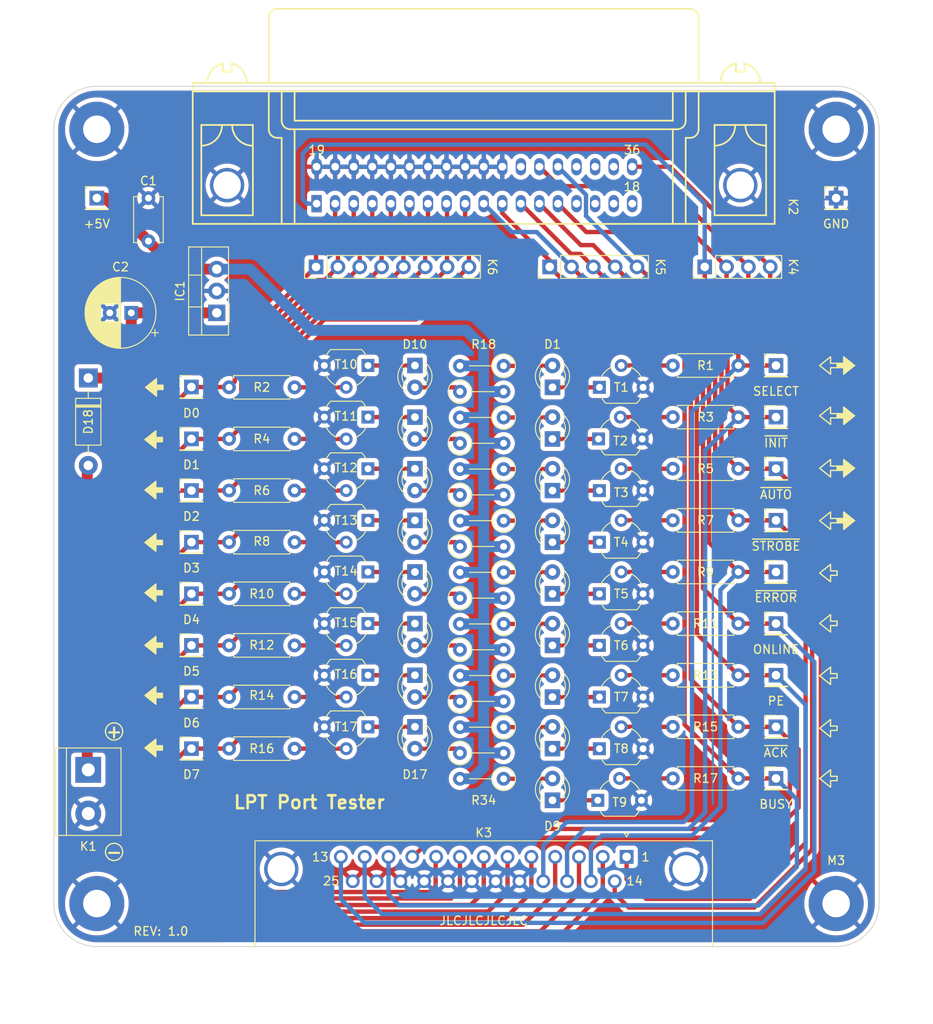
<source format=kicad_pcb>
(kicad_pcb (version 20211014) (generator pcbnew)
  (layers (0 "F.Cu" signal) (31 "B.Cu" signal) (34 "B.Paste" user) (35 "F.Paste" user) (36 "B.SilkS" user "B.Silkscreen") (37 "F.SilkS" user "F.Silkscreen") (38 "B.Mask" user) (39 "F.Mask" user) (44 "Edge.Cuts" user))
  (net 0 "")
  (net 1 "+5V")
  (net 2 "GNDD")
  (net 3 "Net-(C2-Pad1)")
  (net 4 "Net-(D1-Pad1)")
  (net 5 "Net-(D1-Pad2)")
  (net 6 "Net-(D2-Pad1)")
  (net 7 "Net-(D2-Pad2)")
  (net 8 "Net-(D3-Pad1)")
  (net 9 "Net-(D3-Pad2)")
  (net 10 "Net-(D4-Pad1)")
  (net 11 "Net-(D4-Pad2)")
  (net 12 "Net-(D5-Pad1)")
  (net 13 "Net-(D5-Pad2)")
  (net 14 "Net-(D6-Pad1)")
  (net 15 "Net-(D6-Pad2)")
  (net 16 "Net-(D7-Pad1)")
  (net 17 "Net-(D7-Pad2)")
  (net 18 "Net-(D8-Pad1)")
  (net 19 "Net-(D8-Pad2)")
  (net 20 "Net-(D9-Pad1)")
  (net 21 "Net-(D9-Pad2)")
  (net 22 "Net-(D10-Pad1)")
  (net 23 "Net-(D10-Pad2)")
  (net 24 "Net-(D11-Pad1)")
  (net 25 "Net-(D11-Pad2)")
  (net 26 "Net-(D12-Pad1)")
  (net 27 "Net-(D12-Pad2)")
  (net 28 "Net-(D13-Pad1)")
  (net 29 "Net-(D13-Pad2)")
  (net 30 "Net-(D14-Pad1)")
  (net 31 "Net-(D14-Pad2)")
  (net 32 "Net-(D15-Pad1)")
  (net 33 "Net-(D15-Pad2)")
  (net 34 "Net-(D16-Pad1)")
  (net 35 "Net-(D16-Pad2)")
  (net 36 "Net-(D17-Pad1)")
  (net 37 "Net-(D17-Pad2)")
  (net 38 "Net-(D18-Pad2)")
  (net 39 "/SELECT")
  (net 40 "/~{INIT}")
  (net 41 "/D0")
  (net 42 "/~{AUTO}")
  (net 43 "/D1")
  (net 44 "/~{STROBE}")
  (net 45 "/D2")
  (net 46 "/~{ERROR}")
  (net 47 "/D3")
  (net 48 "/ONLINE")
  (net 49 "/D4")
  (net 50 "/PE")
  (net 51 "/D5")
  (net 52 "/~{ACK}")
  (net 53 "/D6")
  (net 54 "/BUSY")
  (net 55 "/D7")
  (net 64 "Net-(R1-Pad1)")
  (net 65 "Net-(R2-Pad1)")
  (net 66 "Net-(R3-Pad1)")
  (net 67 "Net-(R4-Pad1)")
  (net 68 "Net-(R5-Pad1)")
  (net 69 "Net-(R6-Pad1)")
  (net 70 "Net-(R7-Pad1)")
  (net 71 "Net-(R8-Pad1)")
  (net 72 "Net-(R9-Pad1)")
  (net 73 "Net-(R10-Pad1)")
  (net 74 "Net-(R11-Pad1)")
  (net 75 "Net-(R12-Pad1)")
  (net 76 "Net-(R13-Pad1)")
  (net 77 "Net-(R14-Pad1)")
  (net 78 "Net-(R15-Pad1)")
  (net 79 "Net-(R16-Pad1)")
  (net 80 "Net-(R17-Pad1)")
  (footprint "Package_TO_SOT_THT:TO-92_Wide" (layer "F.Cu") (at 168.546 91.994)
    (fp_text reference "T3")
    (fp_text value "BC547")
  )
  (footprint "LED_THT:LED_D3.0mm" (layer "F.Cu") (at 163.086 121.994 90)
    (fp_text reference "D8" hide)
    (fp_text value "LED")
  )
  (footprint "Resistor_THT:R_Axial_DIN0207_L6.3mm_D2.5mm_P7.62mm_Horizontal" (layer "F.Cu") (at 177.086 95.454)
    (fp_text reference "R7")
    (fp_text value "33k")
  )
  (footprint "LED_THT:LED_D3.0mm" (layer "F.Cu") (at 163.086 109.994 90)
    (fp_text reference "D6" hide)
    (fp_text value "LED")
  )
  (footprint "Package_TO_SOT_THT:TO-92_Wide" (layer "F.Cu") (at 168.546 115.994)
    (fp_text reference "T7")
    (fp_text value "BC547")
  )
  (footprint "Package_TO_SOT_THT:TO-92_Wide" (layer "F.Cu") (at 141.626 95.454 180)
    (fp_text reference "T13")
    (fp_text value "BC547")
  )
  (footprint "Package_TO_SOT_THT:TO-92_Wide" (layer "F.Cu") (at 141.626 101.454 180)
    (fp_text reference "T14")
    (fp_text value "BC547")
  )
  (footprint "TerminalBlock:TerminalBlock_bornier-2_P5.08mm" (layer "F.Cu") (at 109.086 124.454 -90)
    (fp_text reference "K1")
    (fp_text value "Screw_Terminal_01x02")
  )
  (footprint "Package_TO_SOT_THT:TO-92_Wide" (layer "F.Cu") (at 168.546 103.994)
    (fp_text reference "T5")
    (fp_text value "BC547")
  )
  (footprint "LED_THT:LED_D3.0mm" (layer "F.Cu") (at 163.086 97.994 90)
    (fp_text reference "D4" hide)
    (fp_text value "LED")
  )
  (footprint "Connector_PinHeader_2.54mm:PinHeader_1x01_P2.54mm_Vertical" (layer "F.Cu") (at 121.086 79.954)
    (fp_text reference "J10" hide)
    (fp_text value "Conn_01x01_Male")
  )
  (footprint "Resistor_THT:R_Axial_DIN0207_L6.3mm_D2.5mm_P7.62mm_Horizontal" (layer "F.Cu") (at 133.086 115.988 180)
    (fp_text reference "R14")
    (fp_text value "33k")
  )
  (footprint "MountingHole:MountingHole_3.2mm_M3_Pad" (layer "F.Cu") (at 110.086 49.994)
    (fp_text reference "REF**" hide)
    (fp_text value "MountingHole_3.2mm_M3_Pad")
  )
  (footprint "Connector_Dsub:DSUB-25_Female_Horizontal_P2.77x2.84mm_EdgePinOffset7.70mm_Housed_MountingHolesOffset9.12mm" (layer "F.Cu") (at 171.711 134.563669)
    (fp_text reference "K3")
    (fp_text value "DB25_Female_MountingHoles")
  )
  (footprint "Connector_PinHeader_2.54mm:PinHeader_1x01_P2.54mm_Vertical" (layer "F.Cu") (at 189.086 89.454)
    (fp_text reference "J3" hide)
    (fp_text value "Conn_01x01_Male")
  )
  (footprint "LED_THT:LED_D3.0mm" (layer "F.Cu") (at 147.086 113.454 -90)
    (fp_text reference "D16" hide)
    (fp_text value "LED")
  )
  (footprint "Connector_PinHeader_2.54mm:PinHeader_1x01_P2.54mm_Vertical" (layer "F.Cu") (at 121.092 121.988)
    (fp_text reference "J17" hide)
    (fp_text value "Conn_01x01_Male")
  )
  (footprint "Package_TO_SOT_THT:TO-92_Wide" (layer "F.Cu") (at 168.546 97.994)
    (fp_text reference "T4")
    (fp_text value "BC547")
  )
  (footprint "Connector_PinHeader_2.54mm:PinHeader_1x01_P2.54mm_Vertical" (layer "F.Cu") (at 189.086 83.454)
    (fp_text reference "J2" hide)
    (fp_text value "Conn_01x01_Male")
  )
  (footprint "Resistor_THT:R_Axial_DIN0207_L6.3mm_D2.5mm_P5.08mm_Vertical" (layer "F.Cu") (at 157.401 77.494 180)
    (fp_text reference "R18")
    (fp_text value "330")
  )
  (footprint "Resistor_THT:R_Axial_DIN0207_L6.3mm_D2.5mm_P5.08mm_Vertical" (layer "F.Cu") (at 157.401 125.494 180)
    (fp_text reference "R34")
    (fp_text value "330")
  )
  (footprint "XXX_Library:CENR-36F (DS-1079-F-36)" (layer "F.Cu") (at 155.086 60.994)
    (fp_text reference "K2")
    (fp_text value "Conn_02x16")
  )
  (footprint "MountingHole:MountingHole_3.2mm_M3_Pad" (layer "F.Cu") (at 110.086 139.994)
    (fp_text reference "REF**" hide)
    (fp_text value "MountingHole_3.2mm_M3_Pad")
  )
  (footprint "LED_THT:LED_D3.0mm" (layer "F.Cu") (at 147.086 119.454 -90)
    (fp_text reference "D17")
    (fp_text value "LED")
  )
  (footprint "LED_THT:LED_D3.0mm" (layer "F.Cu") (at 147.086 95.454 -90)
    (fp_text reference "D13" hide)
    (fp_text value "LED")
  )
  (footprint "Resistor_THT:R_Axial_DIN0207_L6.3mm_D2.5mm_P7.62mm_Horizontal" (layer "F.Cu") (at 133.086 85.988 180)
    (fp_text reference "R4")
    (fp_text value "33k")
  )
  (footprint "Package_TO_SOT_THT:TO-92_Wide" (layer "F.Cu") (at 168.546 109.994)
    (fp_text reference "T6")
    (fp_text value "BC547")
  )
  (footprint "Connector_PinHeader_2.54mm:PinHeader_1x01_P2.54mm_Vertical" (layer "F.Cu") (at 189.086 113.454)
    (fp_text reference "J7" hide)
    (fp_text value "Conn_01x01_Male")
  )
  (footprint "Capacitor_THT:C_Disc_D5.1mm_W3.2mm_P5.00mm" (layer "F.Cu") (at 116.086 62.994 90)
    (fp_text reference "C1")
    (fp_text value "100n")
  )
  (footprint "Connector_PinHeader_2.54mm:PinHeader_1x01_P2.54mm_Vertical" (layer "F.Cu") (at 110.086 57.994)
    (fp_text reference "J18" hide)
    (fp_text value "Conn_01x01_Male")
  )
  (footprint "Connector_PinHeader_2.54mm:PinHeader_1x01_P2.54mm_Vertical" (layer "F.Cu") (at 189.086 101.454)
    (fp_text reference "J5" hide)
    (fp_text value "Conn_01x01_Male")
  )
  (footprint "Connector_PinHeader_2.54mm:PinHeader_1x01_P2.54mm_Vertical" (layer "F.Cu") (at 189.086 119.454)
    (fp_text reference "J8" hide)
    (fp_text value "Conn_01x01_Male")
  )
  (footprint "Package_TO_SOT_THT:TO-92_Wide" (layer "F.Cu") (at 141.626 77.454 180)
    (fp_text reference "T10")
    (fp_text value "BC547")
  )
  (footprint "Resistor_THT:R_Axial_DIN0207_L6.3mm_D2.5mm_P5.08mm_Vertical" (layer "F.Cu") (at 157.401 95.494 180)
    (fp_text reference "R24" hide)
    (fp_text value "330")
  )
  (footprint "Package_TO_SOT_THT:TO-92_Wide" (layer "F.Cu") (at 141.626 119.454 180)
    (fp_text reference "T17")
    (fp_text value "BC547")
  )
  (footprint "LED_THT:LED_D3.0mm" (layer "F.Cu") (at 163.086 79.994 90)
    (fp_text reference "D1")
    (fp_text value "LED")
  )
  (footprint "MountingHole:MountingHole_3.2mm_M3_Pad" (layer "F.Cu") (at 196.086 139.994)
    (fp_text reference "REF**" hide)
    (fp_text value "MountingHole_3.2mm_M3_Pad")
  )
  (footprint "Connector_PinHeader_2.54mm:PinHeader_1x01_P2.54mm_Vertical" (layer "F.Cu") (at 121.092 85.988)
    (fp_text reference "J11" hide)
    (fp_text value "Conn_01x01_Male")
  )
  (footprint "Connector_PinHeader_2.54mm:PinHeader_1x01_P2.54mm_Vertical" (layer "F.Cu") (at 196.086 57.994)
    (fp_text reference "J19" hide)
    (fp_text value "Conn_01x01_Male")
  )
  (footprint "Package_TO_SOT_THT:TO-220-3_Vertical" (layer "F.Cu") (at 124.031 71.334 90)
    (fp_text reference "IC1")
    (fp_text value "7805")
  )
  (footprint "Resistor_THT:R_Axial_DIN0207_L6.3mm_D2.5mm_P5.08mm_Vertical" (layer "F.Cu") (at 152.321 92.494)
    (fp_text reference "R23" hide)
    (fp_text value "330")
  )
  (footprint "Resistor_THT:R_Axial_DIN0207_L6.3mm_D2.5mm_P5.08mm_Vertical" (layer "F.Cu") (at 152.321 110.494)
    (fp_text reference "R29" hide)
    (fp_text value "330")
  )
  (footprint "Resistor_THT:R_Axial_DIN0207_L6.3mm_D2.5mm_P7.62mm_Horizontal" (layer "F.Cu") (at 133.086 103.988 180)
    (fp_text reference "R10")
    (fp_text value "33k")
  )
  (footprint "Resistor_THT:R_Axial_DIN0207_L6.3mm_D2.5mm_P7.62mm_Horizontal" (layer "F.Cu") (at 133.086 121.988 180)
    (fp_text reference "R16")
    (fp_text value "33k")
  )
  (footprint "Package_TO_SOT_THT:TO-92_Wide" (layer "F.Cu") (at 141.626 89.454 180)
    (fp_text reference "T12")
    (fp_text value "BC547")
  )
  (footprint "Resistor_THT:R_Axial_DIN0207_L6.3mm_D2.5mm_P5.08mm_Vertical" (layer "F.Cu") (at 152.321 80.494)
    (fp_text reference "R19" hide)
    (fp_text value "330")
  )
  (footprint "Resistor_THT:R_Axial_DIN0207_L6.3mm_D2.5mm_P7.62mm_Horizontal" (layer "F.Cu") (at 133.086 109.988 180)
    (fp_text reference "R12")
    (fp_text value "33k")
  )
  (footprint "Connector_PinHeader_2.54mm:PinHeader_1x01_P2.54mm_Vertical" (layer "F.Cu") (at 189.086 125.454)
    (fp_text reference "J9" hide)
    (fp_text value "Conn_01x01_Male")
  )
  (footprint "Resistor_THT:R_Axial_DIN0207_L6.3mm_D2.5mm_P7.62mm_Horizontal" (layer "F.Cu") (at 177.086 113.454)
    (fp_text reference "R13")
    (fp_text value "33k")
  )
  (footprint "Resistor_THT:R_Axial_DIN0207_L6.3mm_D2.5mm_P5.08mm_Vertical" (layer "F.Cu") (at 157.401 107.494 180)
    (fp_text reference "R28" hide)
    (fp_text value "330")
  )
  (footprint "Connector_PinHeader_2.54mm:PinHeader_1x01_P2.54mm_Vertical" (layer "F.Cu") (at 189.086 95.454)
    (fp_text reference "J4" hide)
    (fp_text value "Conn_01x01_Male")
  )
  (footprint "Connector_PinHeader_2.54mm:PinHeader_1x04_P2.54mm_Vertical" (layer "F.Cu") (at 180.796 65.994 90)
    (fp_text reference "K4")
    (fp_text value "Conn_01x04_Male")
  )
  (footprint "Package_TO_SOT_THT:TO-92_Wide" (layer "F.Cu") (at 168.45 85.994)
    (fp_text reference "T2")
    (fp_text value "BC547")
  )
  (footprint "LED_THT:LED_D3.0mm" (layer "F.Cu") (at 163.086 103.994 90)
    (fp_text reference "D5" hide)
    (fp_text value "LED")
  )
  (footprint "Resistor_THT:R_Axial_DIN0207_L6.3mm_D2.5mm_P5.08mm_Vertical" (layer "F.Cu") (at 152.321 122.494)
    (fp_text reference "R33" hide)
    (fp_text value "330")
  )
  (footprint "LED_THT:LED_D3.0mm" (layer "F.Cu") (at 163.086 115.994 90)
    (fp_text reference "D7" hide)
    (fp_text value "LED")
  )
  (footprint "Resistor_THT:R_Axial_DIN0207_L6.3mm_D2.5mm_P7.62mm_Horizontal" (layer "F.Cu") (at 177.086 83.454)
    (fp_text reference "R3")
    (fp_text value "33k")
  )
  (footprint "Resistor_THT:R_Axial_DIN0207_L6.3mm_D2.5mm_P7.62mm_Horizontal" (layer "F.Cu") (at 177.086 77.454)
    (fp_text reference "R1")
    (fp_text value "33k")
  )
  (footprint "LED_THT:LED_D3.0mm" (layer "F.Cu") (at 163.086 91.994 90)
    (fp_text reference "D3" hide)
    (fp_text value "LED")
  )
  (footprint "LED_THT:LED_D3.0mm" (layer "F.Cu") (at 163.086 127.994 90)
    (fp_text reference "D9")
    (fp_text value "LED")
  )
  (footprint "LED_THT:LED_D3.0mm" (layer "F.Cu") (at 147.086 107.454 -90)
    (fp_text reference "D15" hide)
    (fp_text value "LED")
  )
  (footprint "Package_TO_SOT_THT:TO-92_Wide" (layer "F.Cu") (at 168.356 127.994)
    (fp_text reference "T9")
    (fp_text value "BC547")
  )
  (footprint "Resistor_THT:R_Axial_DIN0207_L6.3mm_D2.5mm_P5.08mm_Vertical" (layer "F.Cu") (at 157.401 119.494 180)
    (fp_text reference "R32" hide)
    (fp_text value "330")
  )
  (footprint "Resistor_THT:R_Axial_DIN0207_L6.3mm_D2.5mm_P5.08mm_Vertical" (layer "F.Cu") (at 157.401 101.494 180)
    (fp_text reference "R26" hide)
    (fp_text value "330")
  )
  (footprint "LED_THT:LED_D3.0mm" (layer "F.Cu") (at 163.086 85.994 90)
    (fp_text reference "D2" hide)
    (fp_text value "LED")
  )
  (footprint "Resistor_THT:R_Axial_DIN0207_L6.3mm_D2.5mm_P7.62mm_Horizontal" (layer "F.Cu") (at 177.086 119.454)
    (fp_text reference "R15")
    (fp_text value "33k")
  )
  (footprint "Resistor_THT:R_Axial_DIN0207_L6.3mm_D2.5mm_P7.62mm_Horizontal" (layer "F.Cu") (at 133.086 79.988 180)
    (fp_text reference "R2")
    (fp_text value "33k")
  )
  (footprint "Connector_PinHeader_2.54mm:PinHeader_1x01_P2.54mm_Vertical" (layer "F.Cu") (at 189.086 107.454)
    (fp_text reference "J6" hide)
    (fp_text value "Conn_01x01_Male")
  )
  (footprint "Package_TO_SOT_THT:TO-92_Wide" (layer "F.Cu") (at 168.546 121.994)
    (fp_text reference "T8")
    (fp_text value "BC547")
  )
  (footprint "Connector_PinHeader_2.54mm:PinHeader_1x01_P2.54mm_Vertical" (layer "F.Cu") (at 121.092 103.988)
    (fp_text reference "J14" hide)
    (fp_text value "Conn_01x01_Male")
  )
  (footprint "Resistor_THT:R_Axial_DIN0207_L6.3mm_D2.5mm_P7.62mm_Horizontal" (layer "F.Cu") (at 133.086 91.988 180)
    (fp_text reference "R6")
    (fp_text value "33k")
  )
  (footprint "Connector_PinHeader_2.54mm:PinHeader_1x01_P2.54mm_Vertical" (layer "F.Cu") (at 121.092 115.988)
    (fp_text reference "J16" hide)
    (fp_text value "Conn_01x01_Male")
  )
  (footprint "MountingHole:MountingHole_3.2mm_M3_Pad" (layer "F.Cu") (at 196.086 49.994)
    (fp_text reference "REF**" hide)
    (fp_text value "MountingHole_3.2mm_M3_Pad")
  )
  (footprint "Resistor_THT:R_Axial_DIN0207_L6.3mm_D2.5mm_P5.08mm_Vertical" (layer "F.Cu") (at 157.401 83.494 180)
    (fp_text reference "R20" hide)
    (fp_text value "330")
  )
  (footprint "Connector_PinHeader_2.54mm:PinHeader_1x01_P2.54mm_Vertical" (layer "F.Cu") (at 189.086 77.454)
    (fp_text reference "J1" hide)
    (fp_text value "Conn_01x01_Male")
  )
  (footprint "Resistor_THT:R_Axial_DIN0207_L6.3mm_D2.5mm_P7.62mm_Horizontal" (layer "F.Cu") (at 177.086 101.454)
    (fp_text reference "R9")
    (fp_text value "33k")
  )
  (footprint "Resistor_THT:R_Axial_DIN0207_L6.3mm_D2.5mm_P5.08mm_Vertical" (layer "F.Cu") (at 152.321 104.494)
    (fp_text reference "R27" hide)
    (fp_text value "330")
  )
  (footprint "Connector_PinHeader_2.54mm:PinHeader_1x01_P2.54mm_Vertical" (layer "F.Cu") (at 121.092 109.988)
    (fp_text reference "J15" hide)
    (fp_text value "Conn_01x01_Male")
  )
  (footprint "Diode_THT:D_DO-41_SOD81_P10.16mm_Horizontal" (layer "F.Cu") (at 109.086 78.908 -90)
    (fp_text reference "D18")
    (fp_text value "1N4002")
  )
  (footprint "Resistor_THT:R_Axial_DIN0207_L6.3mm_D2.5mm_P7.62mm_Horizontal" (layer "F.Cu") (at 177.086 89.454)
    (fp_text reference "R5")
    (fp_text value "33k")
  )
  (footprint "LED_THT:LED_D3.0mm" (layer "F.Cu") (at 147.086 101.454 -90)
    (fp_text reference "D14" hide)
    (fp_text value "LED")
  )
  (footprint "Package_TO_SOT_THT:TO-92_Wide" (layer "F.Cu") (at 141.626 113.454 180)
    (fp_text reference "T16")
    (fp_text value "BC547")
  )
  (footprint "Capacitor_THT:CP_Radial_D8.0mm_P2.50mm" (layer "F.Cu") (at 114.086 71.334 180)
    (fp_text reference "C2")
    (fp_text value "100u 25V")
  )
  (footprint "Resistor_THT:R_Axial_DIN0207_L6.3mm_D2.5mm_P5.08mm_Vertical" (layer "F.Cu") (at 152.321 116.494)
    (fp_text reference "R31" hide)
    (fp_text value "330")
  )
  (footprint "Resistor_THT:R_Axial_DIN0207_L6.3mm_D2.5mm_P7.62mm_Horizontal" (layer "F.Cu") (at 177.086 125.454)
    (fp_text reference "R17")
    (fp_text value "33k")
  )
  (footprint "Resistor_THT:R_Axial_DIN0207_L6.3mm_D2.5mm_P5.08mm_Vertical" (layer "F.Cu") (at 157.401 89.494 180)
    (fp_text reference "R22" hide)
    (fp_text value "330")
  )
  (footprint "Resistor_THT:R_Axial_DIN0207_L6.3mm_D2.5mm_P5.08mm_Vertical" (layer "F.Cu") (at 157.401 113.494 180)
    (fp_text reference "R30" hide)
    (fp_text value "330")
  )
  (footprint "Package_TO_SOT_THT:TO-92_Wide" (layer "F.Cu") (at 141.626 107.454 180)
    (fp_text reference "T15")
    (fp_text value "BC547")
  )
  (footprint "LED_THT:LED_D3.0mm" (layer "F.Cu") (at 147.086 77.454 -90)
    (fp_text reference "D10")
    (fp_text value "LED")
  )
  (footprint "Resistor_THT:R_Axial_DIN0207_L6.3mm_D2.5mm_P7.62mm_Horizontal" (layer "F.Cu") (at 177.086 107.454)
    (fp_text reference "R11")
    (fp_text value "33k")
  )
  (footprint "Resistor_THT:R_Axial_DIN0207_L6.3mm_D2.5mm_P5.08mm_Vertical" (layer "F.Cu") (at 152.321 86.494)
    (fp_text reference "R21" hide)
    (fp_text value "330")
  )
  (footprint "Package_TO_SOT_THT:TO-92_Wide" (layer "F.Cu") (at 168.546 79.994)
    (fp_text reference "T1")
    (fp_text value "BC547")
  )
  (footprint "Resistor_THT:R_Axial_DIN0207_L6.3mm_D2.5mm_P7.62mm_Horizontal" (layer "F.Cu") (at 133.086 97.988 180)
    (fp_text reference "R8")
    (fp_text value "33k")
  )
  (footprint "Connector_PinHeader_2.54mm:PinHeader_1x01_P2.54mm_Vertical" (layer "F.Cu") (at 121.092 91.988)
    (fp_text reference "J12" hide)
    (fp_text value "Conn_01x01_Male")
  )
  (footprint "Connector_PinHeader_2.54mm:PinHeader_1x01_P2.54mm_Vertical" (layer "F.Cu") (at 121.092 97.988)
    (fp_text reference "J13" hide)
    (fp_text value "Conn_01x01_Male")
  )
  (footprint "Package_TO_SOT_THT:TO-92_Wide" (layer "F.Cu") (at 141.626 83.454 180)
    (fp_text reference "T11")
    (fp_text value "BC547")
  )
  (footprint "Connector_PinHeader_2.54mm:PinHeader_1x08_P2.54mm_Vertical" (layer "F.Cu") (at 135.586 65.994 90)
    (fp_text reference "K6")
    (fp_text value "Conn_01x08_Male")
  )
  (footprint "LED_THT:LED_D3.0mm" (layer "F.Cu") (at 147.086 89.454 -90)
    (fp_text reference "D12" hide)
    (fp_text value "LED")
  )
  (footprint "Connector_PinHeader_2.54mm:PinHeader_1x05_P2.54mm_Vertical" (layer "F.Cu") (at 162.761 65.994 90)
    (fp_text reference "K5")
    (fp_text value "Conn_01x05_Male")
  )
  (footprint "Resistor_THT:R_Axial_DIN0207_L6.3mm_D2.5mm_P5.08mm_Vertical" (layer "F.Cu") (at 152.321 98.494)
    (fp_text reference "R25" hide)
    (fp_text value "330")
  )
  (footprint "LED_THT:LED_D3.0mm" (layer "F.Cu") (at 147.086 83.454 -90)
    (fp_text reference "D11" hide)
    (fp_text value "LED")
  )
  (gr_poly (pts (xy 194.166 107.426) (xy 195.436 106.41) (xy 195.43599 107.171997) (xy 196.19799 107.171997) (xy 196.198 107.68) (xy 195.436 107.68) (xy 195.436 108.442)) (layer "F.SilkS") (width 0.15) (fill none))
  (gr_poly (pts (xy 198.22999 89.391997) (xy 196.95999 90.407997) (xy 196.96 89.646) (xy 196.198 89.646) (xy 196.19799 89.137997) (xy 196.95999 89.137997) (xy 196.95999 88.375997)) (layer "F.SilkS") (width 0.15) (fill solid))
  (gr_poly (pts (xy 115.68 115.808) (xy 116.95 114.792) (xy 116.94999 115.553997) (xy 117.71199 115.553997) (xy 117.712 116.062) (xy 116.95 116.062) (xy 116.95 116.824)) (layer "F.SilkS") (width 0.15) (fill solid))
  (gr_poly (pts (xy 194.166 89.392) (xy 195.436 88.376) (xy 195.43599 89.137997) (xy 196.19799 89.137997) (xy 196.198 89.646) (xy 195.436 89.646) (xy 195.436 90.408)) (layer "F.SilkS") (width 0.15) (fill none))
  (gr_poly (pts (xy 194.166 119.618) (xy 195.436 118.602) (xy 195.43599 119.363997) (xy 196.19799 119.363997) (xy 196.198 119.872) (xy 195.436 119.872) (xy 195.436 120.634)) (layer "F.SilkS") (width 0.15) (fill none))
  (gr_poly (pts (xy 194.166 113.522) (xy 195.436 112.506) (xy 195.43599 113.267997) (xy 196.19799 113.267997) (xy 196.198 113.776) (xy 195.436 113.776) (xy 195.436 114.538)) (layer "F.SilkS") (width 0.15) (fill none))
  (gr_poly (pts (xy 194.166 77.454) (xy 195.436 76.438) (xy 195.43599 77.199997) (xy 196.19799 77.199997) (xy 196.198 77.708) (xy 195.436 77.708) (xy 195.436 78.47)) (layer "F.SilkS") (width 0.15) (fill none))
  (gr_poly (pts (xy 198.23 95.488) (xy 196.96 96.504) (xy 196.96001 95.742003) (xy 196.19801 95.742003) (xy 196.198 95.234) (xy 196.96 95.234) (xy 196.96 94.472)) (layer "F.SilkS") (width 0.15) (fill solid))
  (gr_circle (center 112.086 119.994) (end 112.086 118.994) (layer "F.SilkS") (width 0.15) (fill none))
  (gr_poly (pts (xy 115.68 121.904) (xy 116.95 120.888) (xy 116.94999 121.649997) (xy 117.71199 121.649997) (xy 117.712 122.158) (xy 116.95 122.158) (xy 116.95 122.92)) (layer "F.SilkS") (width 0.15) (fill solid))
  (gr_poly (pts (xy 115.754 79.993934) (xy 117.024 78.977934) (xy 117.02399 79.739931) (xy 117.78599 79.739931) (xy 117.786 80.247934) (xy 117.024 80.247934) (xy 117.024 81.009934)) (layer "F.SilkS") (width 0.15) (fill solid))
  (gr_poly (pts (xy 115.68 109.966) (xy 116.95 108.95) (xy 116.94999 109.711997) (xy 117.71199 109.711997) (xy 117.712 110.22) (xy 116.95 110.22) (xy 116.95 110.982)) (layer "F.SilkS") (width 0.15) (fill solid))
  (gr_circle (center 112.086 133.994) (end 112.086 132.994) (layer "F.SilkS") (width 0.15) (fill none))
  (gr_poly (pts (xy 194.166 95.488) (xy 195.436 94.472) (xy 195.43599 95.233997) (xy 196.19799 95.233997) (xy 196.198 95.742) (xy 195.436 95.742) (xy 195.436 96.504)) (layer "F.SilkS") (width 0.15) (fill none))
  (gr_poly (pts (xy 194.166 125.46) (xy 195.436 124.444) (xy 195.43599 125.205997) (xy 196.19799 125.205997) (xy 196.198 125.714) (xy 195.436 125.714) (xy 195.436 126.476)) (layer "F.SilkS") (width 0.15) (fill none))
  (gr_poly (pts (xy 115.68 86.066003) (xy 116.95 85.050003) (xy 116.94999 85.812) (xy 117.71199 85.812) (xy 117.712 86.320003) (xy 116.95 86.320003) (xy 116.95 87.082003)) (layer "F.SilkS") (width 0.15) (fill solid))
  (gr_poly (pts (xy 194.166 101.584) (xy 195.436 100.568) (xy 195.43599 101.329997) (xy 196.19799 101.329997) (xy 196.198 101.838) (xy 195.436 101.838) (xy 195.436 102.6)) (layer "F.SilkS") (width 0.15) (fill none))
  (gr_poly (pts (xy 115.68 103.87) (xy 116.95 102.854) (xy 116.94999 103.615997) (xy 117.71199 103.615997) (xy 117.712 104.124) (xy 116.95 104.124) (xy 116.95 104.886)) (layer "F.SilkS") (width 0.15) (fill solid))
  (gr_poly (pts (xy 198.22999 83.295997) (xy 196.95999 84.311997) (xy 196.96 83.55) (xy 196.198 83.55) (xy 196.19799 83.041997) (xy 196.95999 83.041997) (xy 196.95999 82.279997)) (layer "F.SilkS") (width 0.15) (fill solid))
  (gr_poly (pts (xy 115.68 98.028) (xy 116.95 97.012) (xy 116.94999 97.773997) (xy 117.71199 97.773997) (xy 117.712 98.282) (xy 116.95 98.282) (xy 116.95 99.044)) (layer "F.SilkS") (width 0.15) (fill solid))
  (gr_poly (pts (xy 198.23 77.454) (xy 196.96 78.47) (xy 196.96001 77.708003) (xy 196.19801 77.708003) (xy 196.198 77.2) (xy 196.96 77.2) (xy 196.96 76.438)) (layer "F.SilkS") (width 0.15) (fill solid))
  (gr_poly (pts (xy 194.166 83.296) (xy 195.436 82.28) (xy 195.43599 83.041997) (xy 196.19799 83.041997) (xy 196.198 83.55) (xy 195.436 83.55) (xy 195.436 84.312)) (layer "F.SilkS") (width 0.15) (fill none))
  (gr_poly (pts (xy 115.68 91.932) (xy 116.95 90.916) (xy 116.94999 91.677997) (xy 117.71199 91.677997) (xy 117.712 92.186) (xy 116.95 92.186) (xy 116.95 92.948)) (layer "F.SilkS") (width 0.15) (fill solid))
  (gr_arc (start 110.086 144.994) (mid 106.550466 143.529534) (end 105.086 139.994) (layer "Edge.Cuts") (width 0.1))
  (gr_arc (start 105.086 49.994) (mid 106.550466 46.458466) (end 110.086 44.994) (layer "Edge.Cuts") (width 0.1))
  (gr_line (start 201.086 49.994) (end 201.086 139.994) (layer "Edge.Cuts") (width 0.1))
  (gr_line (start 196.086 144.994) (end 110.086 144.994) (layer "Edge.Cuts") (width 0.1))
  (gr_arc (start 201.086 139.994) (mid 199.621534 143.529534) (end 196.086 144.994) (layer "Edge.Cuts") (width 0.1))
  (gr_line (start 110.086 44.994) (end 196.086 44.994) (layer "Edge.Cuts") (width 0.1))
  (gr_line (start 105.086 139.994) (end 105.086 49.994) (layer "Edge.Cuts") (width 0.1))
  (gr_arc (start 196.086 44.994) (mid 199.621534 46.458466) (end 201.086 49.994) (layer "Edge.Cuts") (width 0.1))
  (gr_text "REV: 1.0" (at 117.532 143.216) (layer "F.SilkS") (effects (font (size 1 1))))
  (gr_text "+" (at 112.086 119.994) (layer "F.SilkS") (effects (font (size 1.5 1.5) (thickness 0.25))))
  (gr_text "13" (at 136.074 134.58) (layer "F.SilkS") (effects (font (size 1 1))))
  (gr_text "1" (at 173.92 134.58) (layer "F.SilkS") (effects (font (size 1 1))))
  (gr_text "25" (at 137.344 137.374) (layer "F.SilkS") (effects (font (size 1 1))))
  (gr_text "LPT Port Tester" (at 134.804 128.23) (layer "F.SilkS") (effects (font (size 1.5 1.5) (thickness 0.3))))
  (gr_text "14" (at 172.65 137.374) (layer "F.SilkS") (effects (font (size 1 1))))
  (gr_text "M3" (at 196.086 134.994) (layer "F.SilkS") (effects (font (size 1 1))))
  (gr_text "-" (at 112.086 133.994) (layer "F.SilkS") (effects (font (size 1.5 1.5) (thickness 0.25))))
  (gr_text "JLCJLCJLCJLC" (at 155.086002 141.994001) (layer "F.SilkS") (effects (font (size 1 1))))
  (segment (start 116.086 62.994) (end 111.086 57.994) (width 1.27) (layer "F.Cu") (net 1))
  (segment (start 119.31 66.254) (end 124.031 66.254) (width 1.27) (layer "F.Cu") (net 1))
  (segment (start 111.086 57.994) (end 110.086 57.994) (width 1.27) (layer "F.Cu") (net 1))
  (segment (start 116.086 63.03) (end 119.31 66.254) (width 1.27) (layer "F.Cu") (net 1))
  (segment (start 155.086 89.622) (end 154.958 89.494) (width 1.27) (layer "B.Cu") (net 1))
  (segment (start 154.74 107.494) (end 152.321 107.494) (width 1.27) (layer "B.Cu") (net 1))
  (segment (start 155.086 86.574) (end 155.086 89.622) (width 1.27) (layer "B.Cu") (net 1))
  (segment (start 155.086 86.574) (end 155.166 86.494) (width 1.27) (layer "B.Cu") (net 1))
  (segment (start 155.086 116.292) (end 155.288 116.494) (width 1.27) (layer "B.Cu") (net 1))
  (segment (start 155.086 77.43) (end 155.086 80.478) (width 1.27) (layer "B.Cu") (net 1))
  (segment (start 155.086 80.478) (end 155.086 83.526) (width 1.27) (layer "B.Cu") (net 1))
  (segment (start 155.086 120.102) (end 155.086 122.729) (width 1.27) (layer "B.Cu") (net 1))
  (segment (start 155.086 101.56) (end 155.02 101.494) (width 1.27) (layer "B.Cu") (net 1))
  (segment (start 155.086 124.166) (end 153.758 125.494) (width 1.27) (layer "B.Cu") (net 1))
  (segment (start 155.086 98.766) (end 155.358 98.494) (width 1.27) (layer "B.Cu") (net 1))
  (segment (start 154.958 89.494) (end 152.321 89.494) (width 1.27) (layer "B.Cu") (net 1))
  (segment (start 155.086 104.354) (end 155.086 107.148) (width 1.27) (layer "B.Cu") (net 1))
  (segment (start 155.02 101.494) (end 152.321 101.494) (width 1.27) (layer "B.Cu") (net 1))
  (segment (start 155.086 101.56) (end 155.086 104.354) (width 1.27) (layer "B.Cu") (net 1))
  (segment (start 152.321008 119.494) (end 154.478002 119.494) (width 1.27) (layer "B.Cu") (net 1))
  (segment (start 155.102 80.494) (end 157.401 80.494) (width 1.27) (layer "B.Cu") (net 1))
  (segment (start 154.478 119.494) (end 155.086 120.102) (width 0.508) (layer "B.Cu") (net 1))
  (segment (start 155.086 107.148) (end 154.74 107.494) (width 1.27) (layer "B.Cu") (net 1))
  (segment (start 153.758 125.494) (end 152.321 125.494) (width 1.27) (layer "B.Cu") (net 1))
  (segment (start 155.086 92.416) (end 155.086 95.464) (width 1.27) (layer "B.Cu") (net 1))
  (segment (start 155.086 116.292) (end 155.086 120.102) (width 1.27) (layer "B.Cu") (net 1))
  (segment (start 155.358 98.494) (end 157.401 98.494) (width 1.27) (layer "B.Cu") (net 1))
  (segment (start 155.086 110.704) (end 155.296 110.494) (width 1.27) (layer "B.Cu") (net 1))
  (segment (start 155.296 110.494) (end 157.401 110.494) (width 1.27) (layer "B.Cu") (net 1))
  (segment (start 155.086 98.766) (end 155.086 101.56) (width 1.27) (layer "B.Cu") (net 1))
  (segment (start 155.086 95.464) (end 155.056 95.494) (width 1.27) (layer "B.Cu") (net 1))
  (segment (start 155.086 113.498) (end 155.082 113.494) (width 1.27) (layer "B.Cu") (net 1))
  (segment (start 155.086 107.148) (end 155.086 110.704) (width 1.27) (layer "B.Cu") (net 1))
  (segment (start 155.226 104.494) (end 157.401 104.494) (width 1.27) (layer "B.Cu") (net 1))
  (segment (start 155.054 83.494) (end 152.321 83.494) (width 1.27) (layer "B.Cu") (net 1))
  (segment (start 155.086 83.526) (end 155.086 86.574) (width 1.27) (layer "B.Cu") (net 1))
  (segment (start 155.086 95.464) (end 155.086 98.766) (width 1.27) (layer "B.Cu") (net 1))
  (segment (start 155.086 75.398) (end 153.054 73.366) (width 1.27) (layer "B.Cu") (net 1))
  (segment (start 155.086 77.43) (end 155.022 77.494) (width 1.27) (layer "B.Cu") (net 1))
  (segment (start 155.086 104.354) (end 155.226 104.494) (width 1.27) (layer "B.Cu") (net 1))
  (segment (start 155.164 92.494) (end 157.401 92.494) (width 1.27) (layer "B.Cu") (net 1))
  (segment (start 155.086 122.729) (end 155.086 124.166) (width 1.27) (layer "B.Cu") (net 1))
  (segment (start 155.086 110.704) (end 155.086 113.498) (width 1.27) (layer "B.Cu") (net 1))
  (segment (start 155.086 89.622) (end 155.086 92.416) (width 1.27) (layer "B.Cu") (net 1))
  (segment (start 155.288 116.494) (end 157.401 116.494) (width 1.27) (layer "B.Cu") (net 1))
  (segment (start 135.02 73.366) (end 127.908 66.254) (width 1.27) (layer "B.Cu") (net 1))
  (segment (start 155.022 77.494) (end 152.321 77.494) (width 1.27) (layer "B.Cu") (net 1))
  (segment (start 155.056 95.494) (end 152.321 95.494) (width 1.27) (layer "B.Cu") (net 1))
  (segment (start 155.086 113.498) (end 155.086 116.292) (width 1.27) (layer "B.Cu") (net 1))
  (segment (start 153.054 73.366) (end 135.02 73.366) (width 1.27) (layer "B.Cu") (net 1))
  (segment (start 155.321 122.494) (end 157.401 122.494) (width 1.27) (layer "B.Cu") (net 1))
  (segment (start 127.908 66.254) (end 124.031 66.254) (width 1.27) (layer "B.Cu") (net 1))
  (segment (start 155.086 92.416) (end 155.164 92.494) (width 1.27) (layer "B.Cu") (net 1))
  (segment (start 155.086 77.43) (end 155.086 75.398) (width 1.27) (layer "B.Cu") (net 1))
  (segment (start 155.082 113.494) (end 152.321 113.494) (width 1.27) (layer "B.Cu") (net 1))
  (segment (start 155.086 83.526) (end 155.054 83.494) (width 1.27) (layer "B.Cu") (net 1))
  (segment (start 155.166 86.494) (end 157.401 86.494) (width 1.27) (layer "B.Cu") (net 1))
  (segment (start 155.086 80.478) (end 155.102 80.494) (width 1.27) (layer "B.Cu") (net 1))
  (segment (start 155.086 122.729) (end 155.321 122.494) (width 1.27) (layer "B.Cu") (net 1))
  (segment (start 114.086 71.334) (end 124.031 71.334) (width 1.27) (layer "F.Cu") (net 3))
  (segment (start 109.086 78.908) (end 112.498 78.908) (width 1.27) (layer "F.Cu") (net 3))
  (segment (start 112.498 78.908) (end 114.086 77.32) (width 1.27) (layer "F.Cu") (net 3))
  (segment (start 114.086 77.32) (end 114.086 71.334) (width 1.27) (layer "F.Cu") (net 3))
  (segment (start 163.086 79.994) (end 168.546 79.994) (width 0.508) (layer "F.Cu") (net 4))
  (segment (start 157.401 77.494) (end 163.046 77.494) (width 0.508) (layer "F.Cu") (net 5))
  (segment (start 163.046 77.494) (end 163.086 77.454) (width 0.508) (layer "F.Cu") (net 5))
  (segment (start 163.086 85.994) (end 168.45 85.994) (width 0.508) (layer "F.Cu") (net 6))
  (segment (start 163.046 83.494) (end 163.086 83.454) (width 0.508) (layer "F.Cu") (net 7))
  (segment (start 157.401 83.494) (end 163.046 83.494) (width 0.508) (layer "F.Cu") (net 7))
  (segment (start 163.086 91.994) (end 168.546 91.994) (width 0.508) (layer "F.Cu") (net 8))
  (segment (start 157.401 89.494) (end 163.046 89.494) (width 0.508) (layer "F.Cu") (net 9))
  (segment (start 163.046 89.494) (end 163.086 89.454) (width 0.508) (layer "F.Cu") (net 9))
  (segment (start 163.086 97.994) (end 168.546 97.994) (width 0.508) (layer "F.Cu") (net 10))
  (segment (start 163.046 95.494) (end 163.086 95.454) (width 0.508) (layer "F.Cu") (net 11))
  (segment (start 157.401 95.494) (end 163.046 95.494) (width 0.508) (layer "F.Cu") (net 11))
  (segment (start 163.086 103.994) (end 168.546 103.994) (width 0.508) (layer "F.Cu") (net 12))
  (segment (start 163.046 101.494) (end 163.086 101.454) (width 0.508) (layer "F.Cu") (net 13))
  (segment (start 157.401 101.494) (end 163.046 101.494) (width 0.508) (layer "F.Cu") (net 13))
  (segment (start 163.086 109.994) (end 168.546 109.994) (width 0.508) (layer "F.Cu") (net 14))
  (segment (start 157.401 107.494) (end 163.046 107.494) (width 0.508) (layer "F.Cu") (net 15))
  (segment (start 163.046 107.494) (end 163.086 107.454) (width 0.508) (layer "F.Cu") (net 15))
  (segment (start 163.086 115.994) (end 168.546 115.994) (width 0.508) (layer "F.Cu") (net 16))
  (segment (start 157.401 113.494) (end 163.046 113.494) (width 0.508) (layer "F.Cu") (net 17))
  (segment (start 163.046 113.494) (end 163.086 113.454) (width 0.508) (layer "F.Cu") (net 17))
  (segment (start 163.086 121.994) (end 168.546 121.994) (width 0.508) (layer "F.Cu") (net 18))
  (segment (start 157.401 119.494) (end 163.046 119.494) (width 0.508) (layer "F.Cu") (net 19))
  (segment (start 163.046 119.494) (end 163.086 119.454) (width 0.508) (layer "F.Cu") (net 19))
  (segment (start 168.356 127.994) (end 163.086 127.994) (width 0.508) (layer "F.Cu") (net 20))
  (segment (start 163.046 125.494) (end 163.086 125.454) (width 0.508) (layer "F.Cu") (net 21))
  (segment (start 157.401 125.494) (end 163.046 125.494) (width 0.508) (layer "F.Cu") (net 21))
  (segment (start 141.626 77.454) (end 147.086 77.454) (width 0.508) (layer "F.Cu") (net 22))
  (segment (start 147.086 79.994) (end 151.821 79.994) (width 0.508) (layer "F.Cu") (net 23))
  (segment (start 151.821 79.994) (end 152.321 80.494) (width 0.508) (layer "F.Cu") (net 23))
  (segment (start 147.086 83.454) (end 141.626 83.454) (width 0.508) (layer "F.Cu") (net 24))
  (segment (start 147.086 85.994) (end 151.821 85.994) (width 0.508) (layer "F.Cu") (net 25))
  (segment (start 151.821 85.994) (end 152.321 86.494) (width 0.508) (layer "F.Cu") (net 25))
  (segment (start 141.626 89.454) (end 147.086 89.454) (width 0.508) (layer "F.Cu") (net 26))
  (segment (start 147.086 91.994) (end 151.821 91.994) (width 0.508) (layer "F.Cu") (net 27))
  (segment (start 151.821 91.994) (end 152.321 92.494) (width 0.508) (layer "F.Cu") (net 27))
  (segment (start 147.086 95.454) (end 141.626 95.454) (width 0.508) (layer "F.Cu") (net 28))
  (segment (start 147.086 97.994) (end 151.821 97.994) (width 0.508) (layer "F.Cu") (net 29))
  (segment (start 151.821 97.994) (end 152.321 98.494) (width 0.508) (layer "F.Cu") (net 29))
  (segment (start 141.626 101.454) (end 147.086 101.454) (width 0.508) (layer "F.Cu") (net 30))
  (segment (start 151.821 103.994) (end 152.321 104.494) (width 0.508) (layer "F.Cu") (net 31))
  (segment (start 147.086 103.994) (end 151.821 103.994) (width 0.508) (layer "F.Cu") (net 31))
  (segment (start 147.086 107.454) (end 141.626 107.454) (width 0.508) (layer "F.Cu") (net 32))
  (segment (start 147.086 109.994) (end 151.821 109.994) (width 0.508) (layer "F.Cu") (net 33))
  (segment (start 151.821 109.994) (end 152.321 110.494) (width 0.508) (layer "F.Cu") (net 33))
  (segment (start 141.626 113.454) (end 147.086 113.454) (width 0.508) (layer "F.Cu") (net 34))
  (segment (start 151.821 115.994) (end 152.321 116.494) (width 0.508) (layer "F.Cu") (net 35))
  (segment (start 147.086 115.994) (end 151.821 115.994) (width 0.508) (layer "F.Cu") (net 35))
  (segment (start 147.086 119.454) (end 141.626 119.454) (width 0.508) (layer "F.Cu") (net 36))
  (segment (start 151.821 121.994) (end 152.321 122.494) (width 0.508) (layer "F.Cu") (net 37))
  (segment (start 147.086 121.994) (end 151.821 121.994) (width 0.508) (layer "F.Cu") (net 37))
  (segment (start 109.086 124.454) (end 109.15 124.454) (width 1.27) (layer "F.Cu") (net 38))
  (segment (start 108.966 124.334) (end 109.086 124.454) (width 1.27) (layer "F.Cu") (net 38))
  (segment (start 109.086 89.068) (end 108.966 89.188) (width 1.27) (layer "F.Cu") (net 38))
  (segment (start 108.966 89.188) (end 108.966 124.334) (width 1.27) (layer "F.Cu") (net 38))
  (segment (start 188.416 71.664) (end 184.706 75.374) (width 0.508) (layer "F.Cu") (net 39))
  (segment (start 172.366 54.349) (end 176.771 54.349) (width 0.508) (layer "F.Cu") (net 39))
  (segment (start 188.416 65.994) (end 188.416 71.664) (width 0.508) (layer "F.Cu") (net 39))
  (segment (start 176.771 54.349) (end 188.416 65.994) (width 0.508) (layer "F.Cu") (net 39))
  (segment (start 184.706 77.454) (end 189.086 77.454) (width 0.508) (layer "F.Cu") (net 39))
  (segment (start 184.706 75.374) (end 184.706 77.454) (width 0.508) (layer "F.Cu") (net 39))
  (segment (start 179.324 82.804) (end 179.324 129.54) (width 0.508) (layer "B.Cu") (net 39))
  (segment (start 164.738 130.516) (end 162.016 133.238) (width 0.508) (layer "B.Cu") (net 39))
  (segment (start 179.324 129.54) (end 178.348 130.516) (width 0.508) (layer "B.Cu") (net 39))
  (segment (start 184.674 77.454) (end 179.324 82.804) (width 0.508) (layer "B.Cu") (net 39))
  (segment (start 162.016 133.238) (end 162.016 137.403669) (width 0.508) (layer "B.Cu") (net 39))
  (segment (start 184.706 77.454) (end 184.674 77.454) (width 0.508) (layer "B.Cu") (net 39))
  (segment (start 178.348 130.516) (end 164.738 130.516) (width 0.508) (layer "B.Cu") (net 39))
  (segment (start 184.706 83.454) (end 189.086 83.454) (width 0.508) (layer "F.Cu") (net 40))
  (segment (start 163.819 56.602) (end 161.566 54.349) (width 0.508) (layer "F.Cu") (net 40))
  (segment (start 185.876 72.078) (end 183.452489 74.501511) (width 0.508) (layer "F.Cu") (net 40))
  (segment (start 185.876 65.994) (end 176.484 56.602) (width 0.508) (layer "F.Cu") (net 40))
  (segment (start 183.452489 74.501511) (end 183.452489 82.200489) (width 0.508) (layer "F.Cu") (net 40))
  (segment (start 176.484 56.602) (end 163.819 56.602) (width 0.508) (layer "F.Cu") (net 40))
  (segment (start 185.876 65.994) (end 185.876 72.078) (width 0.508) (layer "F.Cu") (net 40))
  (segment (start 183.452489 82.200489) (end 184.706 83.454) (width 0.508) (layer "F.Cu") (net 40))
  (segment (start 180.848 129.392) (end 180.848 87.312) (width 0.508) (layer "B.Cu") (net 40))
  (segment (start 178.922 131.318) (end 180.848 129.392) (width 0.508) (layer "B.Cu") (net 40))
  (segment (start 164.786 133.41) (end 166.878 131.318) (width 0.508) (layer "B.Cu") (net 40))
  (segment (start 180.848 87.312) (end 184.706 83.454) (width 0.508) (layer "B.Cu") (net 40))
  (segment (start 166.878 131.318) (end 178.922 131.318) (width 0.508) (layer "B.Cu") (net 40))
  (segment (start 164.786 137.403669) (end 164.786 133.41) (width 0.508) (layer "B.Cu") (net 40))
  (segment (start 126.13 79.324) (end 125.466 79.988) (width 0.508) (layer "F.Cu") (net 41))
  (segment (start 125.432 79.954) (end 125.466 79.988) (width 0.508) (layer "F.Cu") (net 41))
  (segment (start 121.086 79.954) (end 125.432 79.954) (width 0.508) (layer "F.Cu") (net 41))
  (segment (start 168.941 138.759) (end 168.941 134.563669) (width 0.508) (layer "F.Cu") (net 41))
  (segment (start 125.436 143.978) (end 163.722 143.978) (width 0.508) (layer "F.Cu") (net 41))
  (segment (start 163.722 143.978) (end 168.941 138.759) (width 0.508) (layer "F.Cu") (net 41))
  (segment (start 135.586 65.994) (end 135.586 64.164) (width 0.508) (layer "F.Cu") (net 41))
  (segment (start 121.086 79.954) (end 113.792 87.248) (width 0.508) (layer "F.Cu") (net 41))
  (segment (start 135.534 65.994) (end 126.13 75.398) (width 0.508) (layer "F.Cu") (net 41))
  (segment (start 113.792 132.334) (end 125.436 143.978) (width 0.508) (layer "F.Cu") (net 41))
  (segment (start 135.586 64.164) (end 137.806 61.944) (width 0.508) (layer "F.Cu") (net 41))
  (segment (start 137.806 61.944) (end 137.806 58.639) (width 0.508) (layer "F.Cu") (net 41))
  (segment (start 135.586 65.994) (end 135.534 65.994) (width 0.508) (layer "F.Cu") (net 41))
  (segment (start 113.792 87.248) (end 113.792 132.334) (width 0.508) (layer "F.Cu") (net 41))
  (segment (start 126.13 75.398) (end 126.13 79.324) (width 0.508) (layer "F.Cu") (net 41))
  (segment (start 171.958 140.462) (end 170.326 138.83) (width 0.508) (layer "F.Cu") (net 42))
  (segment (start 186.542 140.462) (end 171.958 140.462) (width 0.508) (layer "F.Cu") (net 42))
  (segment (start 167.023 61.936) (end 163.726 58.639) (width 0.508) (layer "F.Cu") (net 42))
  (segment (start 193.294 93.662) (end 193.294 133.71) (width 0.508) (layer "F.Cu") (net 42))
  (segment (start 170.326 138.83) (end 170.326 137.403669) (width 0.508) (layer "F.Cu") (net 42))
  (segment (start 182.744969 73.924773) (end 182.744969 87.492969) (width 0.508) (layer "F.Cu") (net 42))
  (segment (start 179.278 61.936) (end 167.023 61.936) (width 0.508) (layer "F.Cu") (net 42))
  (segment (start 183.336 65.994) (end 183.336 73.333742) (width 0.508) (layer "F.Cu") (net 42))
  (segment (start 184.706 89.454) (end 189.086 89.454) (width 0.508) (layer "F.Cu") (net 42))
  (segment (start 183.336 65.994) (end 179.278 61.936) (width 0.508) (layer "F.Cu") (net 42))
  (segment (start 182.744969 87.492969) (end 184.706 89.454) (width 0.508) (layer "F.Cu") (net 42))
  (segment (start 189.086 89.454) (end 193.294 93.662) (width 0.508) (layer "F.Cu") (net 42))
  (segment (start 193.294 133.71) (end 186.542 140.462) (width 0.508) (layer "F.Cu") (net 42))
  (segment (start 183.336 73.333742) (end 182.744969 73.924773) (width 0.508) (layer "F.Cu") (net 42))
  (segment (start 138.126 65.994) (end 136.596 67.524) (width 0.508) (layer "F.Cu") (net 43))
  (segment (start 138.126 63.75125) (end 139.966 61.91125) (width 0.508) (layer "F.Cu") (net 43))
  (segment (start 126.892 84.562) (end 125.466 85.988) (width 0.508) (layer "F.Cu") (net 43))
  (segment (start 161.69 143.216) (end 166.171 138.735) (width 0.508) (layer "F.Cu") (net 43))
  (segment (start 114.554 132.08) (end 125.69 143.216) (width 0.508) (layer "F.Cu") (net 43))
  (segment (start 135.02 67.524) (end 126.892 75.652) (width 0.508) (layer "F.Cu") (net 43))
  (segment (start 125.466 85.988) (end 121.092 85.988) (width 0.508) (layer "F.Cu") (net 43))
  (segment (start 121.092 85.988) (end 114.554 92.526) (width 0.508) (layer "F.Cu") (net 43))
  (segment (start 166.171 138.735) (end 166.171 134.563669) (width 0.508) (layer "F.Cu") (net 43))
  (segment (start 114.554 92.526) (end 114.554 132.08) (width 0.508) (layer "F.Cu") (net 43))
  (segment (start 136.596 67.524) (end 135.02 67.524) (width 0.508) (layer "F.Cu") (net 43))
  (segment (start 139.966 61.91125) (end 139.966 58.639) (width 0.508) (layer "F.Cu") (net 43))
  (segment (start 125.69 143.216) (end 161.69 143.216) (width 0.508) (layer "F.Cu") (net 43))
  (segment (start 126.892 75.652) (end 126.892 84.562) (width 0.508) (layer "F.Cu") (net 43))
  (segment (start 138.126 65.994) (end 138.126 63.75125) (width 0.508) (layer "F.Cu") (net 43))
  (segment (start 192.532 132.948) (end 186.034 139.446) (width 0.508) (layer "F.Cu") (net 44))
  (segment (start 180.796 72.6215) (end 182.01 73.8355) (width 0.508) (layer "F.Cu") (net 44))
  (segment (start 186.034 139.446) (end 173.99 139.446) (width 0.508) (layer "F.Cu") (net 44))
  (segment (start 173.99 139.446) (end 171.711 137.167) (width 0.508) (layer "F.Cu") (net 44))
  (segment (start 182.01 92.758) (end 184.706 95.454) (width 0.508) (layer "F.Cu") (net 44))
  (segment (start 180.796 65.994) (end 180.796 72.6215) (width 0.508) (layer "F.Cu") (net 44))
  (segment (start 184.706 95.454) (end 189.086 95.454) (width 0.508) (layer "F.Cu") (net 44))
  (segment (start 182.01 73.8355) (end 182.01 92.758) (width 0.508) (layer "F.Cu") (net 44))
  (segment (start 171.711 137.167) (end 171.711 134.563669) (width 0.508) (layer "F.Cu") (net 44))
  (segment (start 192.532 98.9) (end 192.532 132.948) (width 0.508) (layer "F.Cu") (net 44))
  (segment (start 189.086 95.454) (end 192.532 98.9) (width 0.508) (layer "F.Cu") (net 44))
  (segment (start 135.058 51.776) (end 134.042 52.792) (width 0.508) (layer "B.Cu") (net 44))
  (segment (start 134.042 52.792) (end 134.042 58.126) (width 0.508) (layer "B.Cu") (net 44))
  (segment (start 180.796 65.994) (end 180.796 58.652) (width 0.508) (layer "B.Cu") (net 44))
  (segment (start 134.555 58.639) (end 135.646 58.639) (width 0.508) (layer "B.Cu") (net 44))
  (segment (start 180.796 58.652) (end 173.92 51.776) (width 0.508) (layer "B.Cu") (net 44))
  (segment (start 173.92 51.776) (end 135.058 51.776) (width 0.508) (layer "B.Cu") (net 44))
  (segment (start 134.042 58.126) (end 134.555 58.639) (width 0.508) (layer "B.Cu") (net 44))
  (segment (start 142.126 61.942) (end 142.126 58.639) (width 0.508) (layer "F.Cu") (net 45))
  (segment (start 115.316 96.406) (end 115.316 131.826) (width 0.508) (layer "F.Cu") (net 45))
  (segment (start 140.666 65.994) (end 140.666 63.402) (width 0.508) (layer "F.Cu") (net 45))
  (segment (start 121.092 91.988) (end 119.734 91.988) (width 0.508) (layer "F.Cu") (net 45))
  (segment (start 140.666 63.402) (end 142.126 61.942) (width 0.508) (layer "F.Cu") (net 45))
  (segment (start 127.654 75.890584) (end 127.654 89.8) (width 0.508) (layer "F.Cu") (net 45))
  (segment (start 121.092 91.988) (end 125.466 91.988) (width 0.508) (layer "F.Cu") (net 45))
  (segment (start 140.666 65.994) (end 138.374 68.286) (width 0.508) (layer "F.Cu") (net 45))
  (segment (start 159.658 142.454) (end 163.401 138.711) (width 0.508) (layer "F.Cu") (net 45))
  (segment (start 119.734 91.988) (end 115.316 96.406) (width 0.508) (layer "F.Cu") (net 45))
  (segment (start 115.316 131.826) (end 125.944 142.454) (width 0.508) (layer "F.Cu") (net 45))
  (segment (start 138.374 68.286) (end 135.258584 68.286) (width 0.508) (layer "F.Cu") (net 45))
  (segment (start 127.654 89.8) (end 125.466 91.988) (width 0.508) (layer "F.Cu") (net 45))
  (segment (start 135.258584 68.286) (end 127.654 75.890584) (width 0.508) (layer "F.Cu") (net 45))
  (segment (start 163.401 138.711) (end 163.401 134.563669) (width 0.508) (layer "F.Cu") (net 45))
  (segment (start 125.944 142.454) (end 159.658 142.454) (width 0.508) (layer "F.Cu") (net 45))
  (segment (start 173.098584 65.994) (end 181.30248 74.197896) (width 0.508) (layer "F.Cu") (net 46))
  (segment (start 181.30248 98.05048) (end 184.706 101.454) (width 0.508) (layer "F.Cu") (net 46))
  (segment (start 172.921 65.994) (end 173.098584 65.994) (width 0.508) (layer "F.Cu") (net 46))
  (segment (start 181.30248 74.197896) (end 181.30248 98.05048) (width 0.508) (layer "F.Cu") (net 46))
  (segment (start 184.706 101.454) (end 189.086 101.454) (width 0.508) (layer "F.Cu") (net 46))
  (segment (start 166.99248 60.06548) (end 166.99248 57.61548) (width 0.508) (layer "B.Cu") (net 46))
  (segment (start 179.324 132.08) (end 182.626 128.778) (width 0.508) (layer "B.Cu") (net 46))
  (segment (start 167.556 133.3705) (end 168.8465 132.08) (width 0.508) (layer "B.Cu") (net 46))
  (segment (start 182.626 128.778) (end 182.626 103.534) (width 0.508) (layer "B.Cu") (net 46))
  (segment (start 182.626 103.534) (end 184.706 101.454) (width 0.508) (layer "B.Cu") (net 46))
  (segment (start 168.8465 132.08) (end 179.324 132.08) (width 0.508) (layer "B.Cu") (net 46))
  (segment (start 166.99248 57.61548) (end 163.726 54.349) (width 0.508) (layer "B.Cu") (net 46))
  (segment (start 167.556 137.403669) (end 167.556 133.3705) (width 0.508) (layer "B.Cu") (net 46))
  (segment (start 172.921 65.994) (end 166.99248 60.06548) (width 0.508) (layer "B.Cu") (net 46))
  (segment (start 116.078 103.002) (end 116.078 131.587416) (width 0.508) (layer "F.Cu") (net 47))
  (segment (start 143.206 63.148) (end 144.286 62.068) (width 0.508) (layer "F.Cu") (net 47))
  (segment (start 116.078 131.587416) (end 126.182584 141.692) (width 0.508) (layer "F.Cu") (net 47))
  (segment (start 126.182584 141.692) (end 157.626 141.692) (width 0.508) (layer "F.Cu") (net 47))
  (segment (start 143.206 65.994) (end 140.152 69.048) (width 0.508) (layer "F.Cu") (net 47))
  (segment (start 143.206 65.994) (end 143.206 63.148) (width 0.508) (layer "F.Cu") (net 47))
  (segment (start 140.152 69.048) (end 135.528 69.048) (width 0.508) (layer "F.Cu") (net 47))
  (segment (start 135.528 69.048) (end 128.416 76.16) (width 0.508) (layer "F.Cu") (net 47))
  (segment (start 121.092 97.988) (end 116.078 103.002) (width 0.508) (layer "F.Cu") (net 47))
  (segment (start 128.416 76.16) (end 128.416 95.038) (width 0.508) (layer "F.Cu") (net 47))
  (segment (start 157.626 141.692) (end 160.631 138.687) (width 0.508) (layer "F.Cu") (net 47))
  (segment (start 160.631 138.687) (end 160.631 134.563669) (width 0.508) (layer "F.Cu") (net 47))
  (segment (start 125.466 97.988) (end 121.092 97.988) (width 0.508) (layer "F.Cu") (net 47))
  (segment (start 128.416 95.038) (end 125.466 97.988) (width 0.508) (layer "F.Cu") (net 47))
  (segment (start 144.286 62.068) (end 144.286 58.639) (width 0.508) (layer "F.Cu") (net 47))
  (segment (start 184.706 107.454) (end 189.086 107.454) (width 0.508) (layer "F.Cu") (net 48))
  (segment (start 170.358 65.994) (end 170.381 65.994) (width 0.508) (layer "F.Cu") (net 48))
  (segment (start 167.824 63.46) (end 170.358 65.994) (width 0.508) (layer "F.Cu") (net 48))
  (segment (start 170.381 65.994) (end 176.381 71.994) (width 0.508) (layer "F.Cu") (net 48))
  (segment (start 161.566 58.639) (end 166.387 63.46) (width 0.508) (layer "F.Cu") (net 48))
  (segment (start 180.59496 74.49096) (end 180.59496 103.34296) (width 0.508) (layer "F.Cu") (net 48))
  (segment (start 176.381 71.994) (end 178.098 71.994) (width 0.508) (layer "F.Cu") (net 48))
  (segment (start 180.59496 103.34296) (end 184.706 107.454) (width 0.508) (layer "F.Cu") (net 48))
  (segment (start 166.387 63.46) (end 167.824 63.46) (width 0.508) (layer "F.Cu") (net 48))
  (segment (start 178.098 71.994) (end 180.59496 74.49096) (width 0.508) (layer "F.Cu") (net 48))
  (segment (start 138.471 139.487) (end 138.471 134.563669) (width 0.508) (layer "B.Cu") (net 48))
  (segment (start 193.548 111.916) (end 193.548 136.25) (width 0.508) (layer "B.Cu") (net 48))
  (segment (start 141.224 142.24) (end 138.471 139.487) (width 0.508) (layer "B.Cu") (net 48))
  (segment (start 189.086 107.454) (end 193.548 111.916) (width 0.508) (layer "B.Cu") (net 48))
  (segment (start 193.548 136.25) (end 187.558 142.24) (width 0.508) (layer "B.Cu") (net 48))
  (segment (start 187.558 142.24) (end 141.224 142.24) (width 0.508) (layer "B.Cu") (net 48))
  (segment (start 157.861 138.663) (end 157.861 134.563669) (width 0.508) (layer "F.Cu") (net 49))
  (segment (start 145.746 63.44) (end 146.446 62.74) (width 0.508) (layer "F.Cu") (net 49))
  (segment (start 129.12352 76.46848) (end 135.782 69.81) (width 0.508) (layer "F.Cu") (net 49))
  (segment (start 146.446 62.74) (end 146.446 58.639) (width 0.508) (layer "F.Cu") (net 49))
  (segment (start 126.452 140.93) (end 155.594 140.93) (width 0.508) (layer "F.Cu") (net 49))
  (segment (start 121.092 103.988) (end 125.466 103.988) (width 0.508) (layer "F.Cu") (net 49))
  (segment (start 155.594 140.93) (end 157.861 138.663) (width 0.508) (layer "F.Cu") (net 49))
  (segment (start 145.746 65.994) (end 145.746 63.44) (width 0.508) (layer "F.Cu") (net 49))
  (segment (start 121.092 103.988) (end 116.84 108.24) (width 0.508) (layer "F.Cu") (net 49))
  (segment (start 116.84 131.318) (end 126.452 140.93) (width 0.508) (layer "F.Cu") (net 49))
  (segment (start 135.782 69.81) (end 141.93 69.81) (width 0.508) (layer "F.Cu") (net 49))
  (segment (start 141.93 69.81) (end 145.746 65.994) (width 0.508) (layer "F.Cu") (net 49))
  (segment (start 129.12352 100.33048) (end 129.12352 76.46848) (width 0.508) (layer "F.Cu") (net 49))
  (segment (start 125.466 103.988) (end 129.12352 100.33048) (width 0.508) (layer "F.Cu") (net 49))
  (segment (start 116.84 108.24) (end 116.84 131.318) (width 0.508) (layer "F.Cu") (net 49))
  (segment (start 167.841 65.994) (end 174.841 72.994) (width 0.508) (layer "F.Cu") (net 50))
  (segment (start 184.706 113.454) (end 189.086 113.454) (width 0.508) (layer "F.Cu") (net 50))
  (segment (start 174.841 72.994) (end 177.828 72.994) (width 0.508) (layer "F.Cu") (net 50))
  (segment (start 177.828 72.994) (end 179.88744 75.05344) (width 0.508) (layer "F.Cu") (net 50))
  (segment (start 165.243 64.476) (end 166.323 64.476) (width 0.508) (layer "F.Cu") (net 50))
  (segment (start 179.88744 75.05344) (end 179.88744 108.63544) (width 0.508) (layer "F.Cu") (net 50))
  (segment (start 159.406 58.639) (end 165.243 64.476) (width 0.508) (layer "F.Cu") (net 50))
  (segment (start 166.323 64.476) (end 167.841 65.994) (width 0.508) (layer "F.Cu") (net 50))
  (segment (start 179.88744 108.63544) (end 184.706 113.454) (width 0.508) (layer "F.Cu") (net 50))
  (segment (start 189.086 113.454) (end 192.532 116.9) (width 0.508) (layer "B.Cu") (net 50))
  (segment (start 143.256 141.224) (end 141.241 139.209) (width 0.508) (layer "B.Cu") (net 50))
  (segment (start 141.241 139.209) (end 141.241 134.563669) (width 0.508) (layer "B.Cu") (net 50))
  (segment (start 187.304 141.224) (end 143.256 141.224) (width 0.508) (layer "B.Cu") (net 50))
  (segment (start 192.532 116.9) (end 192.532 135.996) (width 0.508) (layer "B.Cu") (net 50))
  (segment (start 192.532 135.996) (end 187.304 141.224) (width 0.508) (layer "B.Cu") (net 50))
  (segment (start 148.286 65.994) (end 148.286 63.272) (width 0.508) (layer "F.Cu") (net 51))
  (segment (start 155.086 138.644) (end 155.086 138.39) (width 0.508) (layer "F.Cu") (net 51))
  (segment (start 148.286 65.994) (end 143.708 70.572) (width 0.508) (layer "F.Cu") (net 51))
  (segment (start 129.94 105.514) (end 125.466 109.988) (width 0.508) (layer "F.Cu") (net 51))
  (segment (start 125.466 109.988) (end 121.092 109.988) (width 0.508) (layer "F.Cu") (net 51))
  (segment (start 129.94 76.668) (end 129.94 105.514) (width 0.508) (layer "F.Cu") (net 51))
  (segment (start 121.092 109.988) (end 117.602 113.478) (width 0.508) (layer "F.Cu") (net 51))
  (segment (start 143.708 70.572) (end 136.036 70.572) (width 0.508) (layer "F.Cu") (net 51))
  (segment (start 153.562 140.168) (end 155.086 138.644) (width 0.508) (layer "F.Cu") (net 51))
  (segment (start 117.602 131.064) (end 126.706 140.168) (width 0.508) (layer "F.Cu") (net 51))
  (segment (start 117.602 113.478) (end 117.602 131.064) (width 0.508) (layer "F.Cu") (net 51))
  (segment (start 148.286 63.272) (end 148.606 62.952) (width 0.508) (layer "F.Cu") (net 51))
  (segment (start 136.036 70.572) (end 129.94 76.668) (width 0.508) (layer "F.Cu") (net 51))
  (segment (start 155.086 138.39) (end 155.091 138.385) (width 0.508) (layer "F.Cu") (net 51))
  (segment (start 126.706 140.168) (end 153.562 140.168) (width 0.508) (layer "F.Cu") (net 51))
  (segment (start 148.606 62.952) (end 148.606 58.639) (width 0.508) (layer "F.Cu") (net 51))
  (segment (start 155.091 138.385) (end 155.091 134.563669) (width 0.508) (layer "F.Cu") (net 51))
  (segment (start 179.17992 113.92792) (end 184.706 119.454) (width 0.508) (layer "F.Cu") (net 52))
  (segment (start 191.71648 128.83152) (end 189.23 131.318) (width 0.508) (layer "F.Cu") (net 52))
  (segment (start 173.301 73.994) (end 177.558 73.994) (width 0.508) (layer "F.Cu") (net 52))
  (segment (start 189.23 131.318) (end 150.114 131.318) (width 0.508) (layer "F.Cu") (net 52))
  (segment (start 179.17992 75.61592) (end 179.17992 113.92792) (width 0.508) (layer "F.Cu") (net 52))
  (segment (start 146.868331 134.563669) (end 146.781 134.563669) (width 0.508) (layer "F.Cu") (net 52))
  (segment (start 165.301 65.994) (end 173.301 73.994) (width 0.508) (layer "F.Cu") (net 52))
  (segment (start 189.086 119.454) (end 191.71648 122.08448) (width 0.508) (layer "F.Cu") (net 52))
  (segment (start 184.706 119.454) (end 189.086 119.454) (width 0.508) (layer "F.Cu") (net 52))
  (segment (start 191.71648 122.08448) (end 191.71648 128.83152) (width 0.508) (layer "F.Cu") (net 52))
  (segment (start 150.114 131.318) (end 146.868331 134.563669) (width 0.508) (layer "F.Cu") (net 52))
  (segment (start 177.558 73.994) (end 179.17992 75.61592) (width 0.508) (layer "F.Cu") (net 52))
  (segment (start 165.301 65.994) (end 161.243 61.936) (width 0.508) (layer "B.Cu") (net 52))
  (segment (start 161.243 61.936) (end 158.383 61.936) (width 0.508) (layer "B.Cu") (net 52))
  (segment (start 158.383 61.936) (end 155.086 58.639) (width 0.508) (layer "B.Cu") (net 52))
  (segment (start 152.321 138.361) (end 152.321 134.563669) (width 0.508) (layer "F.Cu") (net 53))
  (segment (start 130.702 76.922) (end 130.702 110.704) (width 0.508) (layer "F.Cu") (net 53))
  (segment (start 121.092 115.988) (end 125.466 115.988) (width 0.508) (layer "F.Cu") (net 53))
  (segment (start 130.702 110.704) (end 125.466 115.94) (width 0.508) (layer "F.Cu") (net 53))
  (segment (start 150.826 65.994) (end 150.826 66.196) (width 0.508) (layer "F.Cu") (net 53))
  (segment (start 125.466 115.94) (end 125.466 115.988) (width 0.508) (layer "F.Cu") (net 53))
  (segment (start 150.826 66.196) (end 145.688 71.334) (width 0.508) (layer "F.Cu") (net 53))
  (segment (start 150.826 58.699) (end 150.766 58.639) (width 0.508) (layer "F.Cu") (net 53))
  (segment (start 120.592 115.988) (end 118.364 118.216) (width 0.508) (layer "F.Cu") (net 53))
  (segment (start 126.96 139.406) (end 151.276 139.406) (width 0.508) (layer "F.Cu") (net 53))
  (segment (start 151.276 139.406) (end 152.321 138.361) (width 0.508) (layer "F.Cu") (net 53))
  (segment (start 118.364 118.216) (end 118.364 130.81) (width 0.508) (layer "F.Cu") (net 53))
  (segment (start 150.826 65.994) (end 150.826 58.699) (width 0.508) (layer "F.Cu") (net 53))
  (segment (start 136.29 71.334) (end 130.702 76.922) (width 0.508) (layer "F.Cu") (net 53))
  (segment (start 121.092 115.988) (end 120.592 115.988) (width 0.508) (layer "F.Cu") (net 53))
  (segment (start 145.688 71.334) (end 136.29 71.334) (width 0.508) (layer "F.Cu") (net 53))
  (segment (start 118.364 130.81) (end 126.96 139.406) (width 0.508) (layer "F.Cu") (net 53))
  (segment (start 177.288 74.994) (end 171.761 74.994) (width 0.508) (layer "F.Cu") (net 54))
  (segment (start 171.761 74.994) (end 162.761 65.994) (width 0.508) (layer "F.Cu") (net 54))
  (segment (start 178.454 76.16) (end 177.288 74.994) (width 0.508) (layer "F.Cu") (net 54))
  (segment (start 162.761 65.994) (end 162.761 65.255) (width 0.508) (layer "F.Cu") (net 54))
  (segment (start 162.761 65.255) (end 157.246 59.74) (width 0.508) (layer "F.Cu") (net 54))
  (segment (start 157.246 59.74) (end 157.246 58.639) (width 0.508) (layer "F.Cu") (net 54))
  (segment (start 184.706 125.454) (end 178.454 119.202) (width 0.508) (layer "F.Cu") (net 54))
  (segment (start 178.454 119.202) (end 178.454 76.16) (width 0.508) (layer "F.Cu") (net 54))
  (segment (start 189.086 125.454) (end 184.706 125.454) (width 0.508) (layer "F.Cu") (net 54))
  (segment (start 187.05 140.208) (end 145.288 140.208) (width 0.508) (layer "B.Cu") (net 54))
  (segment (start 189.086 125.454) (end 191.516 127.884) (width 0.508) (layer "B.Cu") (net 54))
  (segment (start 144.011 138.931) (end 144.011 134.563669) (width 0.508) (layer "B.Cu") (net 54))
  (segment (start 191.516 135.742) (end 187.05 140.208) (width 0.508) (layer "B.Cu") (net 54))
  (segment (start 145.288 140.208) (end 144.011 138.931) (width 0.508) (layer "B.Cu") (net 54))
  (segment (start 191.516 127.884) (end 191.516 135.742) (width 0.508) (layer "B.Cu") (net 54))
  (segment (start 149.551 134.563669) (end 149.498 134.616669) (width 0.508) (layer "F.Cu") (net 55))
  (segment (start 131.464 77.176) (end 131.464 115.99) (width 0.508) (layer "F.Cu") (net 55))
  (segment (start 125.466 121.988) (end 121.092 121.988) (width 0.508) (layer "F.Cu") (net 55))
  (segment (start 119.126 123.48252) (end 120.62052 121.988) (width 0.508) (layer "F.Cu") (net 55))
  (segment (start 153.366 65.994) (end 153.314 65.994) (width 0.508) (layer "F.Cu") (net 55))
  (segment (start 149.498 134.616669) (end 149.498 137.990201) (width 0.508) (layer "F.Cu") (net 55))
  (segment (start 153.366 63.226) (end 152.926 62.786) (width 0.508) (layer "F.Cu") (net 55))
  (segment (start 127.22718 138.65718) (end 119.126 130.556) (width 0.508) (layer "F.Cu") (net 55))
  (segment (start 152.926 62.786) (end 152.926 58.639) (width 0.508) (layer "F.Cu") (net 55))
  (segment (start 147.212 72.096) (end 136.544 72.096) (width 0.508) (layer "F.Cu") (net 55))
  (segment (start 148.831021 138.65718) (end 143.171582 138.65718) (width 0.508) (layer "F.Cu") (net 55))
  (segment (start 120.62052 121.988) (end 121.092 121.988) (width 0.508) (layer "F.Cu") (net 55))
  (segment (start 143.171582 138.65718) (end 143.158402 138.644) (width 0.508) (layer "F.Cu") (net 55))
  (segment (start 119.126 130.556) (end 119.126 123.48252) (width 0.508) (layer "F.Cu") (net 55))
  (segment (start 153.314 65.994) (end 147.212 72.096) (width 0.508) (layer "F.Cu") (net 55))
  (segment (start 143.158402 138.644) (end 143.145222 138.65718) (width 0.508) (layer "F.Cu") (net 55))
  (segment (start 153.366 65.994) (end 153.366 63.226) (width 0.508) (layer "F.Cu") (net 55))
  (segment (start 131.464 115.99) (end 125.466 121.988) (width 0.508) (layer "F.Cu") (net 55))
  (segment (start 149.498 137.990201) (end 148.831021 138.65718) (width 0.508) (layer "F.Cu") (net 55))
  (segment (start 143.145222 138.65718) (end 127.22718 138.65718) (width 0.508) (layer "F.Cu") (net 55))
  (segment (start 136.544 72.096) (end 131.464 77.176) (width 0.508) (layer "F.Cu") (net 55))
  (segment (start 171.085995 77.454003) (end 177.086008 77.454003) (width 0.508) (layer "F.Cu") (net 64))
  (segment (start 139.086 79.994) (end 133.092 79.994) (width 0.508) (layer "F.Cu") (net 65))
  (segment (start 133.092 79.994) (end 133.086 79.988) (width 0.508) (layer "F.Cu") (net 65))
  (segment (start 170.99 83.454) (end 177.086 83.454) (width 0.508) (layer "F.Cu") (net 66))
  (segment (start 139.08 85.988) (end 139.086 85.994) (width 0.508) (layer "F.Cu") (net 67))
  (segment (start 133.086 85.988) (end 139.08 85.988) (width 0.508) (layer "F.Cu") (net 67))
  (segment (start 171.086 89.454) (end 177.086 89.454) (width 0.508) (layer "F.Cu") (net 68))
  (segment (start 139.08 91.988) (end 139.086 91.994) (width 0.508) (layer "F.Cu") (net 69))
  (segment (start 133.086 91.988) (end 139.08 91.988) (width 0.508) (layer "F.Cu") (net 69))
  (segment (start 171.086 95.454) (end 177.086 95.454) (width 0.508) (layer "F.Cu") (net 70))
  (segment (start 139.08 97.988) (end 139.086 97.994) (width 0.508) (layer "F.Cu") (net 71))
  (segment (start 133.086 97.988) (end 139.08 97.988) (width 0.508) (layer "F.Cu") (net 71))
  (segment (start 171.086 101.454) (end 177.086 101.454) (width 0.508) (layer "F.Cu") (net 72))
  (segment (start 133.086 103.988) (end 139.08 103.988) (width 0.508) (layer "F.Cu") (net 73))
  (segment (start 139.08 103.988) (end 139.086 103.994) (width 0.508) (layer "F.Cu") (net 73))
  (segment (start 171.086 107.454) (end 177.086 107.454) (width 0.508) (layer "F.Cu") (net 74))
  (segment (start 139.08 109.988) (end 139.086 109.994) (width 0.508) (layer "F.Cu") (net 75))
  (segment (start 133.086 109.988) (end 139.08 109.988) (width 0.508) (layer "F.Cu") (net 75))
  (segment (start 171.086 113.454) (end 177.086 113.454) (width 0.508) (layer "F.Cu") (net 76))
  (segment (start 139.08 115.988) (end 139.086 115.994) (width 0.508) (layer "F.Cu") (net 77))
  (segment (start 133.086 115.988) (end 139.08 115.988) (width 0.508) (layer "F.Cu") (net 77))
  (segment (start 171.086 119.454) (end 177.086 119.454) (width 0.508) (layer "F.Cu") (net 78))
  (segment (start 139.08 121.988) (end 139.086 121.994) (width 0.508) (layer "F.Cu") (net 79))
  (segment (start 133.086 121.988) (end 139.08 121.988) (width 0.508) (layer "F.Cu") (net 79))
  (segment (start 177.086 125.454) (end 170.896 125.454) (width 0.508) (layer "F.Cu") (net 80))
  (zone (net 2) (net_name "GNDD") (layers F&B.Cu) (connect_pads (clearance 0.508)) (min_thickness 0.254) (fill yes (thermal_gap 0.508) (thermal_bridge_width 0.508))
    (polygon (pts (xy 201.086 144.994) (xy 105.086 144.994) (xy 105.086 44.994) (xy 201.086 44.994)))
  )
)
</source>
